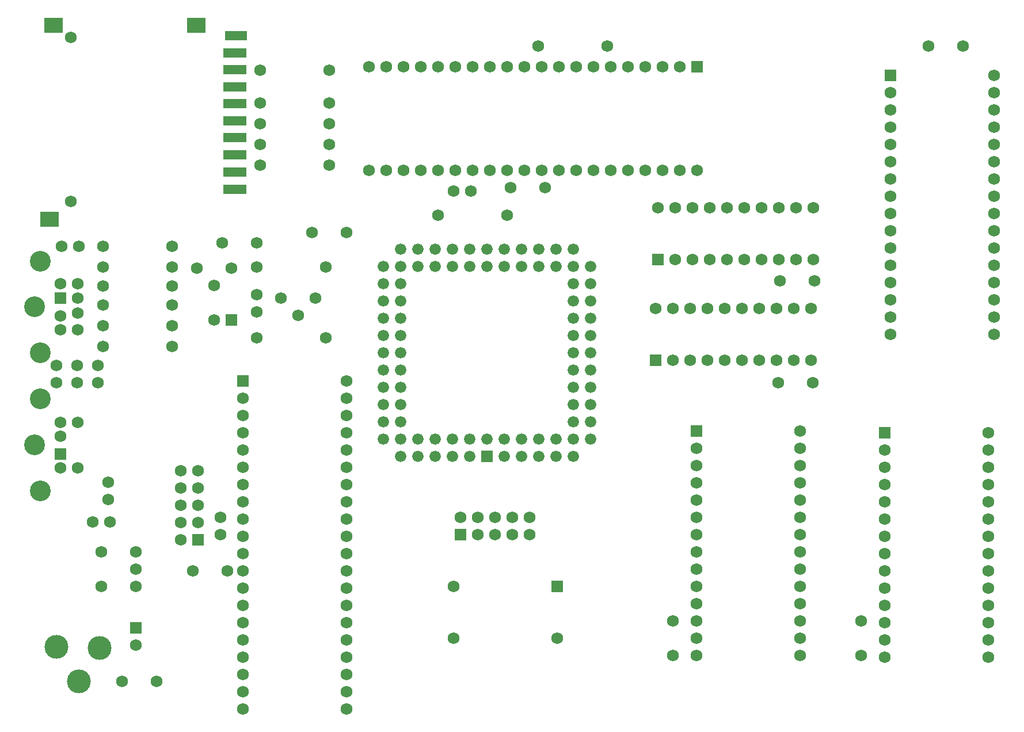
<source format=gts>
%FSLAX25Y25*%
%MOIN*%
G70*
G01*
G75*
G04 Layer_Color=8388736*
%ADD10R,0.10800X0.08800*%
%ADD11R,0.13800X0.05800*%
%ADD12R,0.12800X0.05800*%
%ADD13R,0.06800X0.06800*%
%ADD14C,0.06800*%
%ADD15R,0.06800X0.06800*%
%ADD16C,0.13800*%
%ADD17C,0.12000*%
%ADD18C,0.06600*%
%ADD19R,0.06600X0.06600*%
D10*
X28000Y307750D02*
D03*
X30500Y420250D02*
D03*
X113000D02*
D03*
D11*
X135500Y325250D02*
D03*
Y404250D02*
D03*
Y394350D02*
D03*
Y384550D02*
D03*
Y345150D02*
D03*
Y374650D02*
D03*
Y364850D02*
D03*
Y354950D02*
D03*
Y335250D02*
D03*
D12*
X136000Y414050D02*
D03*
D13*
X515000Y391000D02*
D03*
X322000Y95000D02*
D03*
X402900Y185016D02*
D03*
X133500Y249500D02*
D03*
X511700Y184016D02*
D03*
X140300Y214248D02*
D03*
X266000Y125000D02*
D03*
D14*
X515000Y381000D02*
D03*
Y371000D02*
D03*
Y361000D02*
D03*
Y351000D02*
D03*
Y341000D02*
D03*
Y331000D02*
D03*
Y321000D02*
D03*
Y311000D02*
D03*
Y301000D02*
D03*
Y291000D02*
D03*
Y281000D02*
D03*
Y271000D02*
D03*
Y261000D02*
D03*
Y251000D02*
D03*
Y241000D02*
D03*
X575000Y391000D02*
D03*
Y381000D02*
D03*
Y371000D02*
D03*
Y361000D02*
D03*
Y351000D02*
D03*
Y341000D02*
D03*
Y331000D02*
D03*
Y321000D02*
D03*
Y311000D02*
D03*
Y301000D02*
D03*
Y291000D02*
D03*
Y281000D02*
D03*
Y271000D02*
D03*
Y261000D02*
D03*
Y251000D02*
D03*
Y241000D02*
D03*
X78000Y61000D02*
D03*
X90000Y40000D02*
D03*
X70000D02*
D03*
X113500Y279500D02*
D03*
X123500Y269500D02*
D03*
X133500Y279500D02*
D03*
X389000Y75000D02*
D03*
Y55000D02*
D03*
X322000Y65000D02*
D03*
X262000D02*
D03*
Y95000D02*
D03*
X450000Y213000D02*
D03*
X470000D02*
D03*
X462900Y55016D02*
D03*
Y65016D02*
D03*
Y75016D02*
D03*
Y85016D02*
D03*
Y95016D02*
D03*
Y105016D02*
D03*
Y115016D02*
D03*
Y125016D02*
D03*
Y135016D02*
D03*
Y145016D02*
D03*
Y155016D02*
D03*
Y165016D02*
D03*
Y175016D02*
D03*
Y185016D02*
D03*
X402900Y55016D02*
D03*
Y65016D02*
D03*
Y75016D02*
D03*
Y85016D02*
D03*
Y95016D02*
D03*
Y105016D02*
D03*
Y115016D02*
D03*
Y125016D02*
D03*
Y135016D02*
D03*
Y145016D02*
D03*
Y155016D02*
D03*
Y165016D02*
D03*
Y175016D02*
D03*
X451000Y272000D02*
D03*
X471000D02*
D03*
X389000Y226000D02*
D03*
X399000D02*
D03*
X409000D02*
D03*
X419000D02*
D03*
X429000D02*
D03*
X439000D02*
D03*
X449000D02*
D03*
X459000D02*
D03*
X469000D02*
D03*
X379000Y256000D02*
D03*
X389000D02*
D03*
X399000D02*
D03*
X409000D02*
D03*
X419000D02*
D03*
X429000D02*
D03*
X439000D02*
D03*
X449000D02*
D03*
X459000D02*
D03*
X469000D02*
D03*
X390429Y284500D02*
D03*
X400429D02*
D03*
X410429D02*
D03*
X420429D02*
D03*
X430429D02*
D03*
X440429D02*
D03*
X450429D02*
D03*
X460429D02*
D03*
X470429D02*
D03*
X380429Y314500D02*
D03*
X390429D02*
D03*
X400429D02*
D03*
X410429D02*
D03*
X420429D02*
D03*
X430429D02*
D03*
X440429D02*
D03*
X450429D02*
D03*
X460429D02*
D03*
X470429D02*
D03*
X315000Y326000D02*
D03*
X295000D02*
D03*
X272000Y324000D02*
D03*
X262000D02*
D03*
X253000Y310000D02*
D03*
X293000D02*
D03*
X351000Y408000D02*
D03*
X311000D02*
D03*
X393000Y396000D02*
D03*
X383000D02*
D03*
X373000D02*
D03*
X363000D02*
D03*
X353000D02*
D03*
X343000D02*
D03*
X333000D02*
D03*
X323000D02*
D03*
X313000D02*
D03*
X303000D02*
D03*
X293000D02*
D03*
X283000D02*
D03*
X273000D02*
D03*
X263000D02*
D03*
X253000D02*
D03*
X243000D02*
D03*
X233000D02*
D03*
X223000D02*
D03*
X213000D02*
D03*
X403000Y336000D02*
D03*
X393000D02*
D03*
X383000D02*
D03*
X373000D02*
D03*
X363000D02*
D03*
X353000D02*
D03*
X343000D02*
D03*
X333000D02*
D03*
X323000D02*
D03*
X313000D02*
D03*
X303000D02*
D03*
X293000D02*
D03*
X283000D02*
D03*
X273000D02*
D03*
X263000D02*
D03*
X253000D02*
D03*
X243000D02*
D03*
X233000D02*
D03*
X223000D02*
D03*
X213000D02*
D03*
X40500Y413250D02*
D03*
Y318250D02*
D03*
X557000Y408000D02*
D03*
X537000D02*
D03*
X111000Y104000D02*
D03*
X131000D02*
D03*
X127000Y125000D02*
D03*
Y135000D02*
D03*
X104000Y162000D02*
D03*
X114000D02*
D03*
X104000Y152000D02*
D03*
X114000D02*
D03*
X104000Y142000D02*
D03*
X114000D02*
D03*
X104000Y132000D02*
D03*
X114000D02*
D03*
X104000Y122000D02*
D03*
X123500Y249500D02*
D03*
X148000Y294000D02*
D03*
X128000D02*
D03*
X148000Y254000D02*
D03*
Y264000D02*
D03*
X162000Y262000D02*
D03*
X172000Y252000D02*
D03*
X182000Y262000D02*
D03*
X148000Y280000D02*
D03*
X188000D02*
D03*
X148000Y239000D02*
D03*
X188000D02*
D03*
X150000Y375000D02*
D03*
X190000D02*
D03*
Y363000D02*
D03*
X150000D02*
D03*
X190000Y351000D02*
D03*
X150000D02*
D03*
Y339000D02*
D03*
X190000D02*
D03*
X150000Y394000D02*
D03*
X190000D02*
D03*
X59000Y234000D02*
D03*
X99000D02*
D03*
X59000Y246000D02*
D03*
X99000D02*
D03*
X59000Y269000D02*
D03*
X99000D02*
D03*
X59000Y258000D02*
D03*
X99000D02*
D03*
X59000Y292000D02*
D03*
X99000D02*
D03*
X59000Y280000D02*
D03*
X99000D02*
D03*
X32000Y213000D02*
D03*
Y223000D02*
D03*
X45000Y292000D02*
D03*
X35000D02*
D03*
X58000Y95000D02*
D03*
Y115000D02*
D03*
X78000D02*
D03*
Y105000D02*
D03*
Y95000D02*
D03*
X34600Y251900D02*
D03*
Y270400D02*
D03*
X44500Y262000D02*
D03*
X34600Y243600D02*
D03*
X44400Y270400D02*
D03*
X44500Y253500D02*
D03*
X44400Y243600D02*
D03*
X34600Y182100D02*
D03*
Y163800D02*
D03*
Y190200D02*
D03*
X44400Y163800D02*
D03*
Y190200D02*
D03*
X56000Y223000D02*
D03*
Y213000D02*
D03*
X44000D02*
D03*
Y223000D02*
D03*
X62000Y145500D02*
D03*
Y155500D02*
D03*
X63000Y132500D02*
D03*
X53000D02*
D03*
X200000Y300000D02*
D03*
X180000D02*
D03*
X498000Y75000D02*
D03*
Y55000D02*
D03*
X571700Y54016D02*
D03*
Y64016D02*
D03*
Y74016D02*
D03*
Y84016D02*
D03*
Y94016D02*
D03*
Y104016D02*
D03*
Y114016D02*
D03*
Y124016D02*
D03*
Y134016D02*
D03*
Y144016D02*
D03*
Y154016D02*
D03*
Y164016D02*
D03*
Y174016D02*
D03*
Y184016D02*
D03*
X511700Y54016D02*
D03*
Y64016D02*
D03*
Y74016D02*
D03*
Y84016D02*
D03*
Y94016D02*
D03*
Y104016D02*
D03*
Y114016D02*
D03*
Y124016D02*
D03*
Y134016D02*
D03*
Y144016D02*
D03*
Y154016D02*
D03*
Y164016D02*
D03*
Y174016D02*
D03*
X140300Y204248D02*
D03*
Y194248D02*
D03*
Y184248D02*
D03*
Y174248D02*
D03*
Y164248D02*
D03*
Y154248D02*
D03*
Y144248D02*
D03*
Y134248D02*
D03*
Y124248D02*
D03*
Y114248D02*
D03*
Y104248D02*
D03*
Y94248D02*
D03*
Y84248D02*
D03*
Y74248D02*
D03*
Y64248D02*
D03*
Y54248D02*
D03*
Y44248D02*
D03*
Y34248D02*
D03*
Y24248D02*
D03*
X200300Y214248D02*
D03*
Y204248D02*
D03*
Y194248D02*
D03*
Y184248D02*
D03*
Y174248D02*
D03*
Y164248D02*
D03*
Y154248D02*
D03*
Y144248D02*
D03*
Y134248D02*
D03*
Y124248D02*
D03*
Y114248D02*
D03*
Y104248D02*
D03*
Y94248D02*
D03*
Y84248D02*
D03*
Y74248D02*
D03*
Y64248D02*
D03*
Y54248D02*
D03*
Y44248D02*
D03*
Y34248D02*
D03*
Y24248D02*
D03*
X306000Y135000D02*
D03*
Y125000D02*
D03*
X296000Y135000D02*
D03*
Y125000D02*
D03*
X286000Y135000D02*
D03*
Y125000D02*
D03*
X276000Y135000D02*
D03*
Y125000D02*
D03*
X266000Y135000D02*
D03*
D15*
X78000Y71000D02*
D03*
X379000Y226000D02*
D03*
X380429Y284500D02*
D03*
X403000Y396000D02*
D03*
X114000Y122000D02*
D03*
X34600Y262100D02*
D03*
Y171900D02*
D03*
D16*
X57000Y59500D02*
D03*
X45000Y40000D02*
D03*
X32000Y60000D02*
D03*
D17*
X22800Y230500D02*
D03*
X19600Y257000D02*
D03*
X22800Y283500D02*
D03*
Y150400D02*
D03*
X19600Y177000D02*
D03*
X22800Y203600D02*
D03*
D18*
X271500Y180500D02*
D03*
Y170500D02*
D03*
X261500Y180500D02*
D03*
Y170500D02*
D03*
X251500Y180500D02*
D03*
Y170500D02*
D03*
X241500Y180500D02*
D03*
Y170500D02*
D03*
X231500Y180500D02*
D03*
Y170500D02*
D03*
X221500Y180500D02*
D03*
X231500Y190500D02*
D03*
X221500D02*
D03*
X231500Y200500D02*
D03*
X221500D02*
D03*
X231500Y210500D02*
D03*
X221500D02*
D03*
X231500Y220500D02*
D03*
X221500D02*
D03*
X231500Y230500D02*
D03*
X221500D02*
D03*
X231500Y240500D02*
D03*
X221500D02*
D03*
X231500Y250500D02*
D03*
X221500D02*
D03*
X231500Y260500D02*
D03*
X221500D02*
D03*
X231500Y270500D02*
D03*
X221500D02*
D03*
X231500Y280500D02*
D03*
X221500D02*
D03*
X231500Y290500D02*
D03*
X241500Y280500D02*
D03*
Y290500D02*
D03*
X251500Y280500D02*
D03*
Y290500D02*
D03*
X261500Y280500D02*
D03*
Y290500D02*
D03*
X271500Y280500D02*
D03*
Y290500D02*
D03*
X281500Y280500D02*
D03*
Y290500D02*
D03*
X291500Y280500D02*
D03*
Y290500D02*
D03*
X301500Y280500D02*
D03*
Y290500D02*
D03*
X311500Y280500D02*
D03*
Y290500D02*
D03*
X321500Y280500D02*
D03*
Y290500D02*
D03*
X331500Y280500D02*
D03*
Y290500D02*
D03*
X341500Y280500D02*
D03*
X331500Y270500D02*
D03*
X341500D02*
D03*
X331500Y260500D02*
D03*
X341500D02*
D03*
X331500Y250500D02*
D03*
X341500D02*
D03*
X331500Y240500D02*
D03*
X341500D02*
D03*
X331500Y230500D02*
D03*
X341500D02*
D03*
X331500Y220500D02*
D03*
X341500D02*
D03*
X331500Y210500D02*
D03*
X341500D02*
D03*
X331500Y200500D02*
D03*
X341500D02*
D03*
X331500Y190500D02*
D03*
X341500D02*
D03*
X331500Y180500D02*
D03*
X341500D02*
D03*
X331500Y170500D02*
D03*
X321500Y180500D02*
D03*
Y170500D02*
D03*
X311500Y180500D02*
D03*
Y170500D02*
D03*
X301500Y180500D02*
D03*
Y170500D02*
D03*
X291500Y180500D02*
D03*
Y170500D02*
D03*
X281500Y180500D02*
D03*
D19*
Y170500D02*
D03*
M02*

</source>
